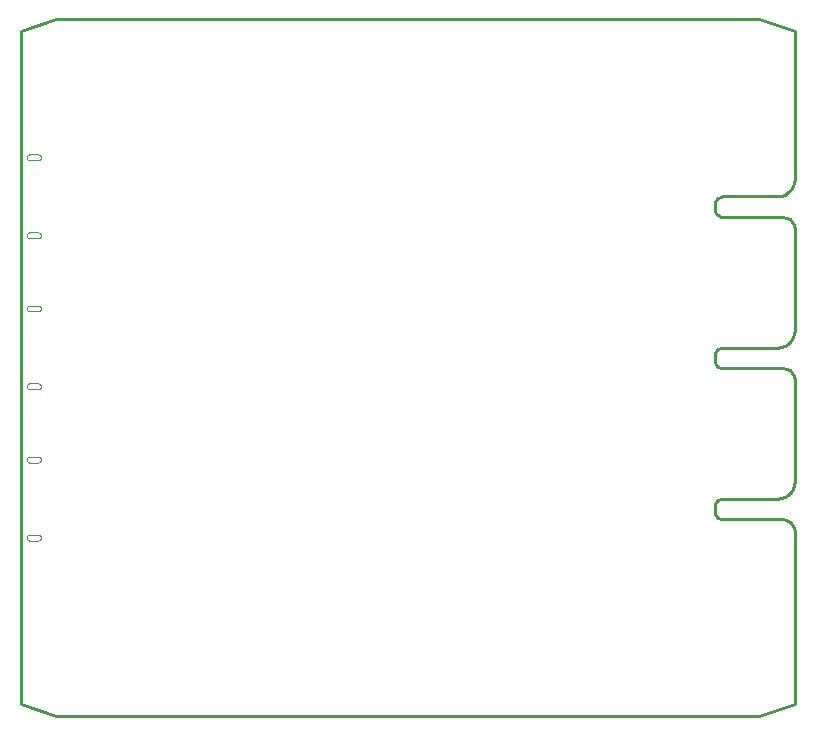
<source format=gbr>
%FSTAX24Y24*%
%MOIN*%
%IN AUX1.GBR *%
%ADD10C,0.0030*%
%ADD11C,0.0100*%
D11*Y019055D02*G01Y022835D01*X001181Y023228D01*X024606D01*
X025787Y022835D01*Y019055D01*Y003937D02*Y000394D01*X024606Y0D01*
X001181D01*X0Y000394D01*Y003937D01*D10*X00043Y006045D02*X000288D01*
X000241Y006032D01*X000206Y005998D01*X000194Y00595D01*Y005942D01*
X000206Y005895D01*X000241Y005861D01*X000288Y005848D01*X000572D01*
X000619Y005861D01*X000653Y005895D01*X000666Y005942D01*Y00595D01*
X000653Y005998D01*X000619Y006032D01*X000572Y006045D01*X00043D01*
Y008643D02*X000288D01*X000241Y008631D01*X000206Y008596D01*
X000194Y008549D01*Y008541D01*X000206Y008494D01*X000241Y008459D01*
X000288Y008446D01*X000572D01*X000619Y008459D01*X000653Y008494D01*
X000666Y008541D01*Y008549D01*X000653Y008596D01*X000619Y008631D01*
X000572Y008643D01*X00043D01*D11*X0Y003937D02*Y008976D01*X025787D02*
Y007835D01*X025773Y007703D01*X025729Y007578D01*X025659Y007466D01*
X025565Y007373D01*X025453Y007303D01*X025328Y007259D01*
X025197Y007244D01*X023406D01*X02332Y007231D01*X023244Y007191D01*
X023183Y00713D01*X023143Y007054D01*X02313Y006969D01*Y006831D01*
X023143Y006746D01*X023183Y006669D01*X023244Y006608D01*X02332Y006569D01*
X023406Y006555D01*X025394D01*X025515Y006536D01*X025625Y00648D01*
X025712Y006393D01*X025768Y006283D01*X025787Y006161D01*Y003937D01*D10*
X00043Y011084D02*X000288D01*X000241Y011072D01*X000206Y011037D01*
X000194Y01099D01*Y010982D01*X000206Y010935D01*X000241Y0109D01*
X000288Y010887D01*X000572D01*X000619Y0109D01*X000653Y010935D01*
X000666Y010982D01*Y01099D01*X000653Y011037D01*X000619Y011072D01*
X000572Y011084D01*X00043D01*Y013683D02*X000288D01*X000241Y01367D01*
X000206Y013635D01*X000194Y013588D01*Y01358D01*X000206Y013533D01*
X000241Y013498D01*X000288Y013486D01*X000572D01*X000619Y013498D01*
X000653Y013533D01*X000666Y01358D01*Y013588D01*X000653Y013635D01*
X000619Y01367D01*X000572Y013683D01*X00043D01*D11*X0Y008976D02*
Y014016D01*X025787D02*Y012874D01*X025773Y012743D01*X025729Y012618D01*
X025659Y012506D01*X025565Y012412D01*X025453Y012342D01*
X025328Y012298D01*X025197Y012283D01*X023406D01*X02332Y01227D01*
X023244Y012231D01*X023183Y01217D01*X023143Y012093D01*X02313Y012008D01*
Y01187D01*X023143Y011785D01*X023183Y011708D01*X023244Y011647D01*
X02332Y011608D01*X023406Y011594D01*X025394D01*X025515Y011575D01*
X025625Y011519D01*X025712Y011432D01*X025768Y011322D01*
X025787Y011201D01*Y008976D01*D10*X00043Y016124D02*X000288D01*
X000241Y016111D01*X000206Y016076D01*X000194Y016029D01*Y016021D01*
X000206Y015974D01*X000241Y015939D01*X000288Y015927D01*X000572D01*
X000619Y015939D01*X000653Y015974D01*X000666Y016021D01*Y016029D01*
X000653Y016076D01*X000619Y016111D01*X000572Y016124D01*X00043D01*
Y018722D02*X000288D01*X000241Y018709D01*X000206Y018675D01*
X000194Y018627D01*Y01862D01*X000206Y018572D01*X000241Y018538D01*
X000288Y018525D01*X000572D01*X000619Y018538D01*X000653Y018572D01*
X000666Y01862D01*Y018627D01*X000653Y018675D01*X000619Y018709D01*
X000572Y018722D01*X00043D01*D11*X0Y014016D02*Y019055D01*X025787D02*
Y017913D01*X025773Y017782D01*X025729Y017657D01*X025659Y017545D01*
X025565Y017452D01*X025453Y017381D01*X025328Y017338D01*
X025197Y017323D01*X023406D01*X02332Y017309D01*X023244Y01727D01*
X023183Y017209D01*X023143Y017132D01*X02313Y017047D01*Y016909D01*
X023143Y016824D01*X023183Y016747D01*X023244Y016686D01*X02332Y016647D01*
X023406Y016634D01*X025394D01*X025515Y016615D01*X025625Y016559D01*
X025712Y016472D01*X025768Y016362D01*X025787Y01624D01*Y014016D01*
M02*
</source>
